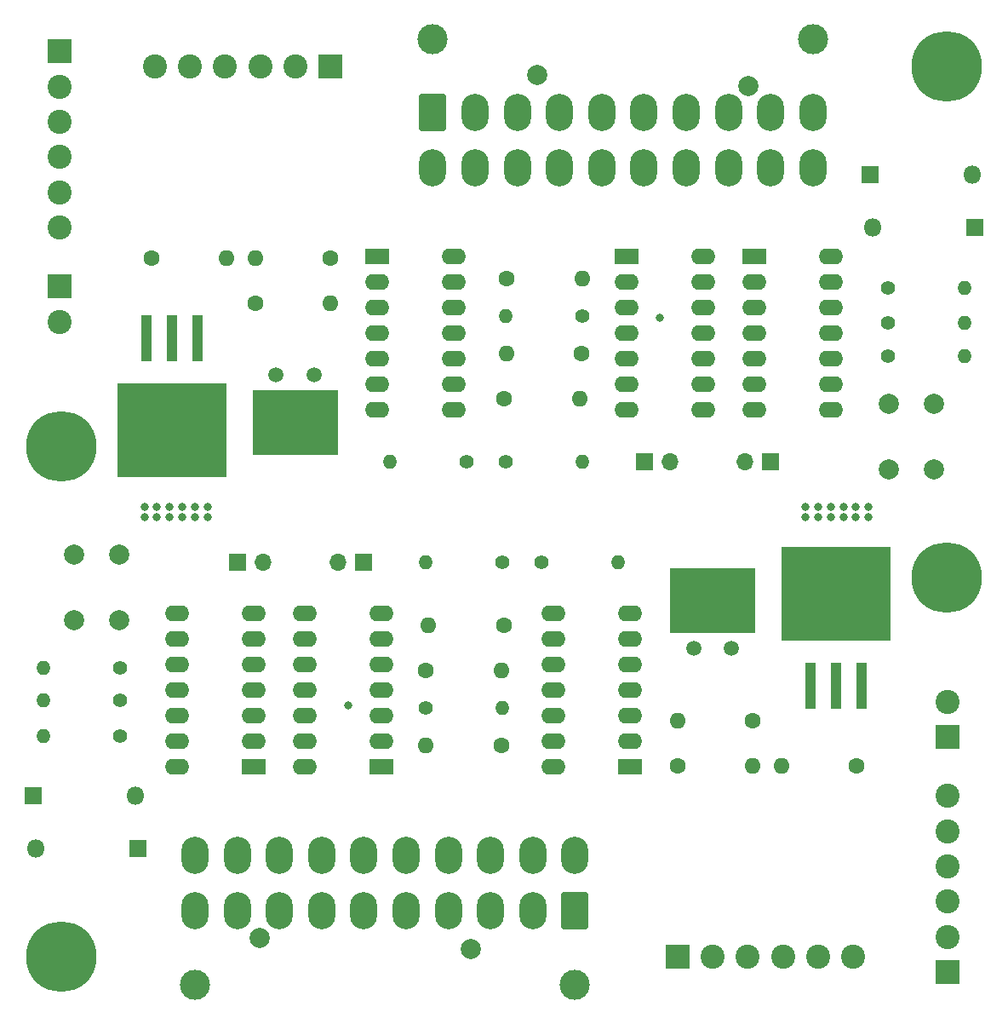
<source format=gbr>
%TF.GenerationSoftware,KiCad,Pcbnew,(6.0.6)*%
%TF.CreationDate,2022-07-01T00:49:36+05:00*%
%TF.ProjectId,MouseBite,4d6f7573-6542-4697-9465-2e6b69636164,rev?*%
%TF.SameCoordinates,Original*%
%TF.FileFunction,Soldermask,Top*%
%TF.FilePolarity,Negative*%
%FSLAX46Y46*%
G04 Gerber Fmt 4.6, Leading zero omitted, Abs format (unit mm)*
G04 Created by KiCad (PCBNEW (6.0.6)) date 2022-07-01 00:49:36*
%MOMM*%
%LPD*%
G01*
G04 APERTURE LIST*
G04 Aperture macros list*
%AMRoundRect*
0 Rectangle with rounded corners*
0 $1 Rounding radius*
0 $2 $3 $4 $5 $6 $7 $8 $9 X,Y pos of 4 corners*
0 Add a 4 corners polygon primitive as box body*
4,1,4,$2,$3,$4,$5,$6,$7,$8,$9,$2,$3,0*
0 Add four circle primitives for the rounded corners*
1,1,$1+$1,$2,$3*
1,1,$1+$1,$4,$5*
1,1,$1+$1,$6,$7*
1,1,$1+$1,$8,$9*
0 Add four rect primitives between the rounded corners*
20,1,$1+$1,$2,$3,$4,$5,0*
20,1,$1+$1,$4,$5,$6,$7,0*
20,1,$1+$1,$6,$7,$8,$9,0*
20,1,$1+$1,$8,$9,$2,$3,0*%
G04 Aperture macros list end*
%ADD10C,1.400000*%
%ADD11O,1.400000X1.400000*%
%ADD12C,1.600000*%
%ADD13O,1.600000X1.600000*%
%ADD14R,2.400000X2.400000*%
%ADD15C,2.400000*%
%ADD16R,1.700000X1.700000*%
%ADD17O,1.700000X1.700000*%
%ADD18C,3.000000*%
%ADD19RoundRect,0.250001X1.099999X1.599999X-1.099999X1.599999X-1.099999X-1.599999X1.099999X-1.599999X0*%
%ADD20O,2.700000X3.700000*%
%ADD21C,2.000000*%
%ADD22C,1.500000*%
%ADD23R,8.500000X6.500000*%
%ADD24C,7.000000*%
%ADD25R,2.400000X1.600000*%
%ADD26O,2.400000X1.600000*%
%ADD27R,1.100000X4.600000*%
%ADD28R,10.800000X9.400000*%
%ADD29R,1.800000X1.800000*%
%ADD30O,1.800000X1.800000*%
%ADD31RoundRect,0.250001X-1.099999X-1.599999X1.099999X-1.599999X1.099999X1.599999X-1.099999X1.599999X0*%
%ADD32C,0.800000*%
G04 APERTURE END LIST*
D10*
%TO.C,R1*%
X141440000Y-65750000D03*
D11*
X149060000Y-65750000D03*
%TD*%
D12*
%TO.C,C8*%
X68175000Y-62750000D03*
D13*
X75675000Y-62750000D03*
%TD*%
D12*
%TO.C,C3*%
X103250000Y-99250000D03*
D13*
X95750000Y-99250000D03*
%TD*%
D14*
%TO.C,P8*%
X120500000Y-132250000D03*
D15*
X124000000Y-132250000D03*
X127500000Y-132250000D03*
X131000000Y-132250000D03*
X134500000Y-132250000D03*
X138000000Y-132250000D03*
%TD*%
D16*
%TO.C,J4*%
X117225000Y-83000000D03*
D17*
X119765000Y-83000000D03*
%TD*%
D18*
%TO.C,ATX*%
X72525000Y-134980000D03*
X110325000Y-134980000D03*
D19*
X110325000Y-127680000D03*
D20*
X106125000Y-127680000D03*
X101925000Y-127680000D03*
X97725000Y-127680000D03*
X93525000Y-127680000D03*
X89325000Y-127680000D03*
X85125000Y-127680000D03*
X80925000Y-127680000D03*
X76725000Y-127680000D03*
X72525000Y-127680000D03*
X110325000Y-122180000D03*
X106125000Y-122180000D03*
X101925000Y-122180000D03*
X97725000Y-122180000D03*
X93525000Y-122180000D03*
X89325000Y-122180000D03*
X85125000Y-122180000D03*
X80925000Y-122180000D03*
X76725000Y-122180000D03*
X72525000Y-122180000D03*
%TD*%
D21*
%TO.C,SW1*%
X65000000Y-92250000D03*
X65000000Y-98750000D03*
X60500000Y-92250000D03*
X60500000Y-98750000D03*
%TD*%
D12*
%TO.C,C4*%
X95500000Y-103750000D03*
D13*
X103000000Y-103750000D03*
%TD*%
D22*
%TO.C,Y1*%
X125900000Y-101600000D03*
X122100000Y-101600000D03*
D23*
X124000000Y-96850000D03*
%TD*%
D24*
%TO.C,H2*%
X59250000Y-81500000D03*
%TD*%
D10*
%TO.C,R1*%
X65060000Y-110250000D03*
D11*
X57440000Y-110250000D03*
%TD*%
D25*
%TO.C,U5*%
X90675000Y-62625000D03*
D26*
X90675000Y-65165000D03*
X90675000Y-67705000D03*
X90675000Y-70245000D03*
X90675000Y-72785000D03*
X90675000Y-75325000D03*
X90675000Y-77865000D03*
X98295000Y-77865000D03*
X98295000Y-75325000D03*
X98295000Y-72785000D03*
X98295000Y-70245000D03*
X98295000Y-67705000D03*
X98295000Y-65165000D03*
X98295000Y-62625000D03*
%TD*%
D16*
%TO.C,J1*%
X129750000Y-83000000D03*
D17*
X127210000Y-83000000D03*
%TD*%
D10*
%TO.C,R10*%
X103060000Y-93000000D03*
D11*
X95440000Y-93000000D03*
%TD*%
D27*
%TO.C,U3*%
X133710000Y-105275000D03*
X136250000Y-105275000D03*
D28*
X136250000Y-96125000D03*
D27*
X138790000Y-105275000D03*
%TD*%
D10*
%TO.C,R11*%
X107000000Y-93000000D03*
D11*
X114620000Y-93000000D03*
%TD*%
D10*
%TO.C,R2*%
X65060000Y-106750000D03*
D11*
X57440000Y-106750000D03*
%TD*%
D10*
%TO.C,R9*%
X95425000Y-107455000D03*
D11*
X103045000Y-107455000D03*
%TD*%
D25*
%TO.C,U1*%
X91075000Y-113375000D03*
D26*
X91075000Y-110835000D03*
X91075000Y-108295000D03*
X91075000Y-105755000D03*
X91075000Y-103215000D03*
X91075000Y-100675000D03*
X91075000Y-98135000D03*
X83455000Y-98135000D03*
X83455000Y-100675000D03*
X83455000Y-103215000D03*
X83455000Y-105755000D03*
X83455000Y-108295000D03*
X83455000Y-110835000D03*
X83455000Y-113375000D03*
%TD*%
D12*
%TO.C,C6*%
X86000000Y-62750000D03*
D13*
X78500000Y-62750000D03*
%TD*%
D12*
%TO.C,C7*%
X128000000Y-108750000D03*
D13*
X120500000Y-108750000D03*
%TD*%
D12*
%TO.C,C4*%
X111000000Y-72250000D03*
D13*
X103500000Y-72250000D03*
%TD*%
D10*
%TO.C,R11*%
X99500000Y-83000000D03*
D11*
X91880000Y-83000000D03*
%TD*%
D16*
%TO.C,J4*%
X89275000Y-93000000D03*
D17*
X86735000Y-93000000D03*
%TD*%
D10*
%TO.C,R3*%
X141440000Y-72500000D03*
D11*
X149060000Y-72500000D03*
%TD*%
D27*
%TO.C,U3*%
X72790000Y-70725000D03*
X70250000Y-70725000D03*
D28*
X70250000Y-79875000D03*
D27*
X67710000Y-70725000D03*
%TD*%
D14*
%TO.C,P8*%
X86000000Y-43750000D03*
D15*
X82500000Y-43750000D03*
X79000000Y-43750000D03*
X75500000Y-43750000D03*
X72000000Y-43750000D03*
X68500000Y-43750000D03*
%TD*%
D12*
%TO.C,C5*%
X102985000Y-111205000D03*
D13*
X95485000Y-111205000D03*
%TD*%
D25*
%TO.C,U2*%
X78325000Y-113375000D03*
D26*
X78325000Y-110835000D03*
X78325000Y-108295000D03*
X78325000Y-105755000D03*
X78325000Y-103215000D03*
X78325000Y-100675000D03*
X78325000Y-98135000D03*
X70705000Y-98135000D03*
X70705000Y-100675000D03*
X70705000Y-103215000D03*
X70705000Y-105755000D03*
X70705000Y-108295000D03*
X70705000Y-110835000D03*
X70705000Y-113375000D03*
%TD*%
D14*
%TO.C,P9*%
X59100000Y-42250000D03*
D15*
X59100000Y-45750000D03*
X59100000Y-49250000D03*
X59100000Y-52750000D03*
X59100000Y-56250000D03*
X59100000Y-59750000D03*
%TD*%
D14*
%TO.C,Amiga*%
X59100000Y-65600000D03*
D15*
X59100000Y-69100000D03*
%TD*%
D14*
%TO.C,P9*%
X147400000Y-133750000D03*
D15*
X147400000Y-130250000D03*
X147400000Y-126750000D03*
X147400000Y-123250000D03*
X147400000Y-119750000D03*
X147400000Y-116250000D03*
%TD*%
D12*
%TO.C,C7*%
X78500000Y-67250000D03*
D13*
X86000000Y-67250000D03*
%TD*%
D29*
%TO.C,D1*%
X150080000Y-59750000D03*
D30*
X139920000Y-59750000D03*
%TD*%
D24*
%TO.C,H2*%
X147250000Y-94500000D03*
%TD*%
D21*
%TO.C,SW1*%
X141500000Y-83750000D03*
X141500000Y-77250000D03*
X146000000Y-83750000D03*
X146000000Y-77250000D03*
%TD*%
D24*
%TO.C,H1*%
X59250000Y-132250000D03*
%TD*%
D22*
%TO.C,Y1*%
X80600000Y-74400000D03*
X84400000Y-74400000D03*
D23*
X82500000Y-79150000D03*
%TD*%
D12*
%TO.C,C3*%
X103250000Y-76750000D03*
D13*
X110750000Y-76750000D03*
%TD*%
D16*
%TO.C,J1*%
X76750000Y-93000000D03*
D17*
X79290000Y-93000000D03*
%TD*%
D24*
%TO.C,H1*%
X147250000Y-43750000D03*
%TD*%
D29*
%TO.C,D2*%
X139670000Y-54500000D03*
D30*
X149830000Y-54500000D03*
%TD*%
D12*
%TO.C,C5*%
X103515000Y-64795000D03*
D13*
X111015000Y-64795000D03*
%TD*%
D18*
%TO.C,ATX*%
X133975000Y-41020000D03*
X96175000Y-41020000D03*
D31*
X96175000Y-48320000D03*
D20*
X100375000Y-48320000D03*
X104575000Y-48320000D03*
X108775000Y-48320000D03*
X112975000Y-48320000D03*
X117175000Y-48320000D03*
X121375000Y-48320000D03*
X125575000Y-48320000D03*
X129775000Y-48320000D03*
X133975000Y-48320000D03*
X96175000Y-53820000D03*
X100375000Y-53820000D03*
X104575000Y-53820000D03*
X108775000Y-53820000D03*
X112975000Y-53820000D03*
X117175000Y-53820000D03*
X121375000Y-53820000D03*
X125575000Y-53820000D03*
X129775000Y-53820000D03*
X133975000Y-53820000D03*
%TD*%
D10*
%TO.C,R2*%
X141440000Y-69250000D03*
D11*
X149060000Y-69250000D03*
%TD*%
D12*
%TO.C,C6*%
X120500000Y-113250000D03*
D13*
X128000000Y-113250000D03*
%TD*%
D25*
%TO.C,U5*%
X115825000Y-113375000D03*
D26*
X115825000Y-110835000D03*
X115825000Y-108295000D03*
X115825000Y-105755000D03*
X115825000Y-103215000D03*
X115825000Y-100675000D03*
X115825000Y-98135000D03*
X108205000Y-98135000D03*
X108205000Y-100675000D03*
X108205000Y-103215000D03*
X108205000Y-105755000D03*
X108205000Y-108295000D03*
X108205000Y-110835000D03*
X108205000Y-113375000D03*
%TD*%
D29*
%TO.C,D1*%
X56420000Y-116250000D03*
D30*
X66580000Y-116250000D03*
%TD*%
D29*
%TO.C,D2*%
X66830000Y-121500000D03*
D30*
X56670000Y-121500000D03*
%TD*%
D14*
%TO.C,Amiga*%
X147400000Y-110400000D03*
D15*
X147400000Y-106900000D03*
%TD*%
D10*
%TO.C,R9*%
X111075000Y-68545000D03*
D11*
X103455000Y-68545000D03*
%TD*%
D10*
%TO.C,R10*%
X103440000Y-83000000D03*
D11*
X111060000Y-83000000D03*
%TD*%
D10*
%TO.C,R3*%
X65060000Y-103500000D03*
D11*
X57440000Y-103500000D03*
%TD*%
D25*
%TO.C,U2*%
X128175000Y-62625000D03*
D26*
X128175000Y-65165000D03*
X128175000Y-67705000D03*
X128175000Y-70245000D03*
X128175000Y-72785000D03*
X128175000Y-75325000D03*
X128175000Y-77865000D03*
X135795000Y-77865000D03*
X135795000Y-75325000D03*
X135795000Y-72785000D03*
X135795000Y-70245000D03*
X135795000Y-67705000D03*
X135795000Y-65165000D03*
X135795000Y-62625000D03*
%TD*%
D12*
%TO.C,C8*%
X138325000Y-113250000D03*
D13*
X130825000Y-113250000D03*
%TD*%
D25*
%TO.C,U1*%
X115425000Y-62625000D03*
D26*
X115425000Y-65165000D03*
X115425000Y-67705000D03*
X115425000Y-70245000D03*
X115425000Y-72785000D03*
X115425000Y-75325000D03*
X115425000Y-77865000D03*
X123045000Y-77865000D03*
X123045000Y-75325000D03*
X123045000Y-72785000D03*
X123045000Y-70245000D03*
X123045000Y-67705000D03*
X123045000Y-65165000D03*
X123045000Y-62625000D03*
%TD*%
D32*
X138250000Y-88500000D03*
X139500000Y-88500000D03*
X67500000Y-88500000D03*
X71250000Y-88500000D03*
X137000000Y-87500000D03*
X134500000Y-87500000D03*
X72500000Y-87500000D03*
X70000000Y-87500000D03*
X70000000Y-88500000D03*
X68750000Y-87500000D03*
X135750000Y-88500000D03*
X133250000Y-88500000D03*
X68750000Y-88500000D03*
X73750000Y-88500000D03*
X71250000Y-87500000D03*
X137000000Y-88500000D03*
X138250000Y-87500000D03*
X73750000Y-87500000D03*
X135750000Y-87500000D03*
X72500000Y-88500000D03*
X139500000Y-87500000D03*
X67500000Y-87500000D03*
X133250000Y-87500000D03*
X134500000Y-88500000D03*
X136250000Y-105275000D03*
X70250000Y-70725000D03*
X118750000Y-68750000D03*
X87750000Y-107250000D03*
D21*
X99925000Y-131455000D03*
X106575000Y-44545000D03*
X78925000Y-130355500D03*
X127575000Y-45644500D03*
M02*

</source>
